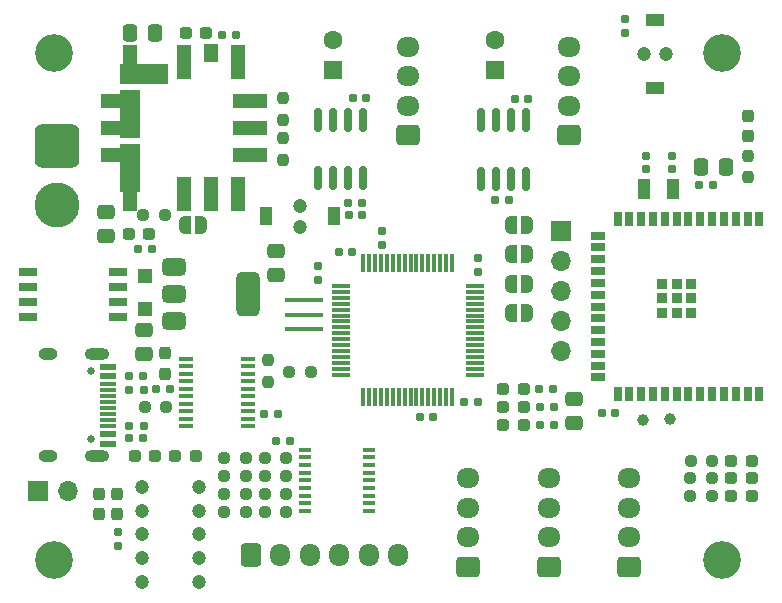
<source format=gbr>
%TF.GenerationSoftware,KiCad,Pcbnew,8.0.7*%
%TF.CreationDate,2025-02-04T22:27:15+09:00*%
%TF.ProjectId,GN10Mainboard,474e3130-4d61-4696-9e62-6f6172642e6b,rev?*%
%TF.SameCoordinates,Original*%
%TF.FileFunction,Soldermask,Top*%
%TF.FilePolarity,Negative*%
%FSLAX46Y46*%
G04 Gerber Fmt 4.6, Leading zero omitted, Abs format (unit mm)*
G04 Created by KiCad (PCBNEW 8.0.7) date 2025-02-04 22:27:15*
%MOMM*%
%LPD*%
G01*
G04 APERTURE LIST*
G04 Aperture macros list*
%AMRoundRect*
0 Rectangle with rounded corners*
0 $1 Rounding radius*
0 $2 $3 $4 $5 $6 $7 $8 $9 X,Y pos of 4 corners*
0 Add a 4 corners polygon primitive as box body*
4,1,4,$2,$3,$4,$5,$6,$7,$8,$9,$2,$3,0*
0 Add four circle primitives for the rounded corners*
1,1,$1+$1,$2,$3*
1,1,$1+$1,$4,$5*
1,1,$1+$1,$6,$7*
1,1,$1+$1,$8,$9*
0 Add four rect primitives between the rounded corners*
20,1,$1+$1,$2,$3,$4,$5,0*
20,1,$1+$1,$4,$5,$6,$7,0*
20,1,$1+$1,$6,$7,$8,$9,0*
20,1,$1+$1,$8,$9,$2,$3,0*%
%AMFreePoly0*
4,1,19,0.500000,-0.750000,0.000000,-0.750000,0.000000,-0.744911,-0.071157,-0.744911,-0.207708,-0.704816,-0.327430,-0.627875,-0.420627,-0.520320,-0.479746,-0.390866,-0.500000,-0.250000,-0.500000,0.250000,-0.479746,0.390866,-0.420627,0.520320,-0.327430,0.627875,-0.207708,0.704816,-0.071157,0.744911,0.000000,0.744911,0.000000,0.750000,0.500000,0.750000,0.500000,-0.750000,0.500000,-0.750000,
$1*%
%AMFreePoly1*
4,1,19,0.000000,0.744911,0.071157,0.744911,0.207708,0.704816,0.327430,0.627875,0.420627,0.520320,0.479746,0.390866,0.500000,0.250000,0.500000,-0.250000,0.479746,-0.390866,0.420627,-0.520320,0.327430,-0.627875,0.207708,-0.704816,0.071157,-0.744911,0.000000,-0.744911,0.000000,-0.750000,-0.500000,-0.750000,-0.500000,0.750000,0.000000,0.750000,0.000000,0.744911,0.000000,0.744911,
$1*%
G04 Aperture macros list end*
%ADD10RoundRect,0.237500X-0.250000X-0.237500X0.250000X-0.237500X0.250000X0.237500X-0.250000X0.237500X0*%
%ADD11RoundRect,0.237500X-0.287500X-0.237500X0.287500X-0.237500X0.287500X0.237500X-0.287500X0.237500X0*%
%ADD12RoundRect,0.237500X0.250000X0.237500X-0.250000X0.237500X-0.250000X-0.237500X0.250000X-0.237500X0*%
%ADD13RoundRect,0.250000X0.725000X-0.600000X0.725000X0.600000X-0.725000X0.600000X-0.725000X-0.600000X0*%
%ADD14O,1.950000X1.700000*%
%ADD15RoundRect,0.155000X-0.212500X-0.155000X0.212500X-0.155000X0.212500X0.155000X-0.212500X0.155000X0*%
%ADD16C,3.200000*%
%ADD17RoundRect,0.155000X0.212500X0.155000X-0.212500X0.155000X-0.212500X-0.155000X0.212500X-0.155000X0*%
%ADD18R,1.600000X1.600000*%
%ADD19C,1.600000*%
%ADD20C,1.200000*%
%ADD21R,1.600000X1.050000*%
%ADD22RoundRect,0.237500X0.287500X0.237500X-0.287500X0.237500X-0.287500X-0.237500X0.287500X-0.237500X0*%
%ADD23R,0.700000X1.300000*%
%ADD24R,1.300000X0.700000*%
%ADD25R,0.900000X0.900000*%
%ADD26RoundRect,0.150000X0.150000X-0.825000X0.150000X0.825000X-0.150000X0.825000X-0.150000X-0.825000X0*%
%ADD27RoundRect,0.160000X-0.160000X0.197500X-0.160000X-0.197500X0.160000X-0.197500X0.160000X0.197500X0*%
%ADD28RoundRect,0.237500X-0.237500X0.300000X-0.237500X-0.300000X0.237500X-0.300000X0.237500X0.300000X0*%
%ADD29RoundRect,0.237500X0.237500X-0.287500X0.237500X0.287500X-0.237500X0.287500X-0.237500X-0.287500X0*%
%ADD30FreePoly0,0.000000*%
%ADD31FreePoly1,0.000000*%
%ADD32R,1.700000X1.700000*%
%ADD33O,1.700000X1.700000*%
%ADD34RoundRect,0.250000X0.475000X-0.337500X0.475000X0.337500X-0.475000X0.337500X-0.475000X-0.337500X0*%
%ADD35RoundRect,0.160000X-0.197500X-0.160000X0.197500X-0.160000X0.197500X0.160000X-0.197500X0.160000X0*%
%ADD36RoundRect,0.155000X0.155000X-0.212500X0.155000X0.212500X-0.155000X0.212500X-0.155000X-0.212500X0*%
%ADD37RoundRect,0.250000X-0.475000X0.337500X-0.475000X-0.337500X0.475000X-0.337500X0.475000X0.337500X0*%
%ADD38C,0.650000*%
%ADD39R,1.450000X0.600000*%
%ADD40R,1.450000X0.300000*%
%ADD41O,2.100000X1.000000*%
%ADD42O,1.600000X1.000000*%
%ADD43FreePoly0,180.000000*%
%ADD44FreePoly1,180.000000*%
%ADD45R,1.200000X1.200000*%
%ADD46C,1.000000*%
%ADD47R,1.050000X1.600000*%
%ADD48RoundRect,0.250000X-0.337500X-0.475000X0.337500X-0.475000X0.337500X0.475000X-0.337500X0.475000X0*%
%ADD49R,1.000000X1.800000*%
%ADD50RoundRect,0.160000X0.160000X-0.197500X0.160000X0.197500X-0.160000X0.197500X-0.160000X-0.197500X0*%
%ADD51RoundRect,0.237500X-0.237500X0.250000X-0.237500X-0.250000X0.237500X-0.250000X0.237500X0.250000X0*%
%ADD52R,3.200000X0.400000*%
%ADD53RoundRect,0.237500X0.237500X-0.300000X0.237500X0.300000X-0.237500X0.300000X-0.237500X-0.300000X0*%
%ADD54RoundRect,0.160000X0.197500X0.160000X-0.197500X0.160000X-0.197500X-0.160000X0.197500X-0.160000X0*%
%ADD55RoundRect,0.375000X-0.625000X-0.375000X0.625000X-0.375000X0.625000X0.375000X-0.625000X0.375000X0*%
%ADD56RoundRect,0.500000X-0.500000X-1.400000X0.500000X-1.400000X0.500000X1.400000X-0.500000X1.400000X0*%
%ADD57R,1.000000X0.400000*%
%ADD58RoundRect,0.760000X-1.140000X1.140000X-1.140000X-1.140000X1.140000X-1.140000X1.140000X1.140000X0*%
%ADD59C,3.800000*%
%ADD60RoundRect,0.237500X0.237500X-0.250000X0.237500X0.250000X-0.237500X0.250000X-0.237500X-0.250000X0*%
%ADD61R,1.200000X3.000000*%
%ADD62R,1.770000X4.070000*%
%ADD63R,3.000000X1.200000*%
%ADD64R,4.070000X1.770000*%
%ADD65R,1.200000X1.500000*%
%ADD66R,1.200000X0.400000*%
%ADD67R,1.600000X0.760000*%
%ADD68RoundRect,0.250000X-0.600000X-0.725000X0.600000X-0.725000X0.600000X0.725000X-0.600000X0.725000X0*%
%ADD69O,1.700000X1.950000*%
%ADD70RoundRect,0.155000X-0.155000X0.212500X-0.155000X-0.212500X0.155000X-0.212500X0.155000X0.212500X0*%
%ADD71RoundRect,0.075000X-0.700000X-0.075000X0.700000X-0.075000X0.700000X0.075000X-0.700000X0.075000X0*%
%ADD72RoundRect,0.075000X-0.075000X-0.700000X0.075000X-0.700000X0.075000X0.700000X-0.075000X0.700000X0*%
G04 APERTURE END LIST*
D10*
%TO.C,R25*%
X141152500Y-133490000D03*
X142977500Y-133490000D03*
%TD*%
D11*
%TO.C,D9*%
X190821600Y-141008400D03*
X192571600Y-141008400D03*
%TD*%
D12*
%TO.C,R13*%
X153137500Y-140856000D03*
X151312500Y-140856000D03*
%TD*%
D13*
%TO.C,J8*%
X182180000Y-147019000D03*
D14*
X182180000Y-144519000D03*
X182180000Y-142019000D03*
X182180000Y-139519000D03*
%TD*%
D15*
%TO.C,C21*%
X139846500Y-136157000D03*
X140981500Y-136157000D03*
%TD*%
D16*
%TO.C,REF\u002A\u002A*%
X133500000Y-103500000D03*
%TD*%
D10*
%TO.C,R1*%
X141025500Y-117234000D03*
X142850500Y-117234000D03*
%TD*%
D17*
%TO.C,C31*%
X171969500Y-115964000D03*
X170834500Y-115964000D03*
%TD*%
D18*
%TO.C,C29*%
X157051000Y-104954380D03*
D19*
X157051000Y-102454380D03*
%TD*%
D15*
%TO.C,C25*%
X151276500Y-134125000D03*
X152411500Y-134125000D03*
%TD*%
D20*
%TO.C,SW3*%
X185245000Y-103645000D03*
X183445000Y-103645000D03*
D21*
X184345000Y-100770000D03*
X184345000Y-106520000D03*
%TD*%
D17*
%TO.C,C30*%
X172485500Y-107455000D03*
X173620500Y-107455000D03*
%TD*%
D22*
%TO.C,D12*%
X142051000Y-137681000D03*
X140301000Y-137681000D03*
%TD*%
%TO.C,D13*%
X145480000Y-137681000D03*
X143730000Y-137681000D03*
%TD*%
D23*
%TO.C,U6*%
X193182000Y-117600000D03*
X192182000Y-117600000D03*
X191182000Y-117600000D03*
X190182000Y-117600000D03*
X189182000Y-117600000D03*
X188182000Y-117600000D03*
X187182000Y-117600000D03*
X186182000Y-117600000D03*
X185182000Y-117600000D03*
X184182000Y-117600000D03*
X183182000Y-117600000D03*
X182182000Y-117600000D03*
X181182000Y-117600000D03*
D24*
X179532000Y-119000000D03*
X179532000Y-120000000D03*
X179532000Y-121000000D03*
X179532000Y-122000000D03*
X179532000Y-123000000D03*
X179532000Y-124000000D03*
X179532000Y-125000000D03*
X179532000Y-126000000D03*
X179532000Y-127000000D03*
X179532000Y-128000000D03*
X179532000Y-129000000D03*
X179532000Y-130000000D03*
X179532000Y-131000000D03*
D23*
X181182000Y-132400000D03*
X182182000Y-132400000D03*
X183182000Y-132400000D03*
X184182000Y-132400000D03*
X185182000Y-132400000D03*
X186182000Y-132400000D03*
X187182000Y-132400000D03*
X188182000Y-132400000D03*
X189182000Y-132400000D03*
X190182000Y-132400000D03*
X191182000Y-132400000D03*
X192182000Y-132400000D03*
X193182000Y-132400000D03*
D25*
X187382000Y-123120000D03*
X186182000Y-123120000D03*
X184982000Y-123120000D03*
X187382000Y-124320000D03*
X186182000Y-124320000D03*
X184982000Y-124320000D03*
X187382000Y-125520000D03*
X186182000Y-125520000D03*
X184982000Y-125520000D03*
%TD*%
D12*
%TO.C,C11*%
X155193000Y-130569000D03*
X153368000Y-130569000D03*
%TD*%
D26*
%TO.C,U8*%
X155781000Y-114121000D03*
X157051000Y-114121000D03*
X158321000Y-114121000D03*
X159591000Y-114121000D03*
X159591000Y-109171000D03*
X158321000Y-109171000D03*
X157051000Y-109171000D03*
X155781000Y-109171000D03*
%TD*%
D11*
%TO.C,D11*%
X190823500Y-139535200D03*
X192573500Y-139535200D03*
%TD*%
D27*
%TO.C,R5*%
X138890000Y-144068500D03*
X138890000Y-145263500D03*
%TD*%
D28*
%TO.C,C22*%
X137239000Y-140882500D03*
X137239000Y-142607500D03*
%TD*%
D29*
%TO.C,D3*%
X138839200Y-142606000D03*
X138839200Y-140856000D03*
%TD*%
D30*
%TO.C,JP4*%
X172199800Y-125590600D03*
D31*
X173499800Y-125590600D03*
%TD*%
D17*
%TO.C,C18*%
X180986500Y-133998000D03*
X179851500Y-133998000D03*
%TD*%
D32*
%TO.C,J10*%
X176403000Y-118618000D03*
D33*
X176403000Y-121158000D03*
X176403000Y-123698000D03*
X176403000Y-126238000D03*
X176403000Y-128778000D03*
%TD*%
D34*
%TO.C,C4*%
X152225000Y-122335500D03*
X152225000Y-120260500D03*
%TD*%
D35*
%TO.C,R23*%
X139854000Y-132093000D03*
X141049000Y-132093000D03*
%TD*%
D32*
%TO.C,J2*%
X132075000Y-140589000D03*
D33*
X134615000Y-140589000D03*
%TD*%
D17*
%TO.C,C10*%
X165552000Y-134379000D03*
X164417000Y-134379000D03*
%TD*%
D36*
%TO.C,C6*%
X155781000Y-122720400D03*
X155781000Y-121585400D03*
%TD*%
D37*
%TO.C,C3*%
X141099800Y-126966100D03*
X141099800Y-129041100D03*
%TD*%
D11*
%TO.C,D10*%
X190823500Y-138062000D03*
X192573500Y-138062000D03*
%TD*%
D38*
%TO.C,J3*%
X136585000Y-130460000D03*
X136585000Y-136240000D03*
D39*
X138030000Y-130100000D03*
X138030000Y-130900000D03*
D40*
X138030000Y-132100000D03*
X138030000Y-133100000D03*
X138030000Y-133600000D03*
X138030000Y-134600000D03*
D39*
X138030000Y-135800000D03*
X138030000Y-136600000D03*
X138030000Y-136600000D03*
X138030000Y-135800000D03*
D40*
X138030000Y-135100000D03*
X138030000Y-134100000D03*
X138030000Y-132600000D03*
X138030000Y-131600000D03*
D39*
X138030000Y-130900000D03*
X138030000Y-130100000D03*
D41*
X137115000Y-129030000D03*
D42*
X132935000Y-129030000D03*
D41*
X137115000Y-137670000D03*
D42*
X132935000Y-137670000D03*
%TD*%
D36*
%TO.C,C17*%
X183594000Y-113356500D03*
X183594000Y-112221500D03*
%TD*%
D17*
%TO.C,C23*%
X143267500Y-131966000D03*
X142132500Y-131966000D03*
%TD*%
D43*
%TO.C,JP5*%
X173499800Y-123076000D03*
D44*
X172199800Y-123076000D03*
%TD*%
D37*
%TO.C,C1*%
X137874000Y-116958500D03*
X137874000Y-119033500D03*
%TD*%
D17*
%TO.C,C12*%
X153427500Y-136411000D03*
X152292500Y-136411000D03*
%TD*%
D45*
%TO.C,D1*%
X141176000Y-125225000D03*
X141176000Y-122425000D03*
%TD*%
D12*
%TO.C,R11*%
X153137500Y-142380000D03*
X151312500Y-142380000D03*
%TD*%
D18*
%TO.C,C32*%
X170767000Y-104954380D03*
D19*
X170767000Y-102454380D03*
%TD*%
D13*
%TO.C,J4*%
X163401000Y-110510000D03*
D14*
X163401000Y-108010000D03*
X163401000Y-105510000D03*
X163401000Y-103010000D03*
%TD*%
D46*
%TO.C,TP2*%
X183365400Y-134582200D03*
%TD*%
D15*
%TO.C,C20*%
X139846500Y-130899200D03*
X140981500Y-130899200D03*
%TD*%
D12*
%TO.C,R22*%
X189180100Y-139535200D03*
X187355100Y-139535200D03*
%TD*%
D20*
%TO.C,SW1*%
X154257000Y-118250000D03*
X154257000Y-116450000D03*
D47*
X157132000Y-117350000D03*
X151382000Y-117350000D03*
%TD*%
D43*
%TO.C,JP3*%
X173497000Y-120563000D03*
D44*
X172197000Y-120563000D03*
%TD*%
D12*
%TO.C,R12*%
X149708500Y-140856000D03*
X147883500Y-140856000D03*
%TD*%
D36*
%TO.C,C15*%
X185753000Y-113356500D03*
X185753000Y-112221500D03*
%TD*%
D22*
%TO.C,D5*%
X173232000Y-135014000D03*
X171482000Y-135014000D03*
%TD*%
D48*
%TO.C,C2*%
X139906000Y-101867000D03*
X141981000Y-101867000D03*
%TD*%
D15*
%TO.C,C9*%
X168192900Y-133109000D03*
X169327900Y-133109000D03*
%TD*%
D12*
%TO.C,R10*%
X149708500Y-142380000D03*
X147883500Y-142380000D03*
%TD*%
D22*
%TO.C,D7*%
X173232000Y-131966000D03*
X171482000Y-131966000D03*
%TD*%
D17*
%TO.C,C7*%
X158702000Y-120409000D03*
X157567000Y-120409000D03*
%TD*%
D15*
%TO.C,C28*%
X158388500Y-116218000D03*
X159523500Y-116218000D03*
%TD*%
D43*
%TO.C,JP1*%
X145890000Y-118123000D03*
D44*
X144590000Y-118123000D03*
%TD*%
D26*
%TO.C,U9*%
X169624000Y-114183000D03*
X170894000Y-114183000D03*
X172164000Y-114183000D03*
X173434000Y-114183000D03*
X173434000Y-109233000D03*
X172164000Y-109233000D03*
X170894000Y-109233000D03*
X169624000Y-109233000D03*
%TD*%
D20*
%TO.C,U5*%
X140895000Y-140285000D03*
X140895000Y-142285000D03*
X140895000Y-144285000D03*
X140895000Y-146285000D03*
X140895000Y-148285000D03*
X145775000Y-148285000D03*
X145775000Y-146285000D03*
X145775000Y-144285000D03*
X145775000Y-142285000D03*
X145775000Y-140285000D03*
%TD*%
D29*
%TO.C,D8*%
X192230000Y-110578500D03*
X192230000Y-108828500D03*
%TD*%
D12*
%TO.C,R17*%
X153137500Y-137808000D03*
X151312500Y-137808000D03*
%TD*%
D15*
%TO.C,C5*%
X158448000Y-117234000D03*
X159583000Y-117234000D03*
%TD*%
D35*
%TO.C,R9*%
X174629000Y-133490000D03*
X175824000Y-133490000D03*
%TD*%
D16*
%TO.C,REF\u002A\u002A*%
X190000000Y-146500000D03*
%TD*%
D12*
%TO.C,R14*%
X149708500Y-139332000D03*
X147883500Y-139332000D03*
%TD*%
D49*
%TO.C,Y2*%
X185908000Y-115075000D03*
X183408000Y-115075000D03*
%TD*%
D50*
%TO.C,R7*%
X161242000Y-119774000D03*
X161242000Y-118579000D03*
%TD*%
D12*
%TO.C,R16*%
X149708500Y-137808000D03*
X147883500Y-137808000D03*
%TD*%
%TO.C,R20*%
X189180100Y-141008400D03*
X187355100Y-141008400D03*
%TD*%
D35*
%TO.C,R8*%
X174577000Y-135014000D03*
X175772000Y-135014000D03*
%TD*%
D51*
%TO.C,R2*%
X152860000Y-107351500D03*
X152860000Y-109176500D03*
%TD*%
D52*
%TO.C,Y1*%
X154638000Y-124486000D03*
X154638000Y-125686000D03*
X154638000Y-126886000D03*
%TD*%
D53*
%TO.C,C26*%
X142827000Y-130696000D03*
X142827000Y-128971000D03*
%TD*%
D12*
%TO.C,R15*%
X153137500Y-139332000D03*
X151312500Y-139332000D03*
%TD*%
D35*
%TO.C,R6*%
X147690500Y-101994000D03*
X148885500Y-101994000D03*
%TD*%
D30*
%TO.C,JP2*%
X172197000Y-118063000D03*
D31*
X173497000Y-118063000D03*
%TD*%
D54*
%TO.C,R4*%
X141773500Y-120155000D03*
X140578500Y-120155000D03*
%TD*%
D46*
%TO.C,TP1*%
X185626000Y-134531400D03*
%TD*%
D36*
%TO.C,C8*%
X169370000Y-122060000D03*
X169370000Y-120925000D03*
%TD*%
D55*
%TO.C,U2*%
X143614000Y-121665000D03*
X143614000Y-123965000D03*
D56*
X149914000Y-123965000D03*
D55*
X143614000Y-126265000D03*
%TD*%
D51*
%TO.C,R3*%
X152860000Y-110733500D03*
X152860000Y-112558500D03*
%TD*%
D57*
%TO.C,U4*%
X160132000Y-142313000D03*
X160132000Y-141663000D03*
X160132000Y-141013000D03*
X160132000Y-140363000D03*
X160132000Y-139713000D03*
X160132000Y-139063000D03*
X160132000Y-138413000D03*
X160132000Y-137763000D03*
X160132000Y-137113000D03*
X154732000Y-137113000D03*
X154732000Y-137763000D03*
X154732000Y-138413000D03*
X154732000Y-139063000D03*
X154732000Y-139713000D03*
X154732000Y-140363000D03*
X154732000Y-141013000D03*
X154732000Y-141663000D03*
X154732000Y-142313000D03*
%TD*%
D58*
%TO.C,J1*%
X133683000Y-111432000D03*
D59*
X133683000Y-116432000D03*
%TD*%
D22*
%TO.C,D4*%
X146369000Y-101867000D03*
X144619000Y-101867000D03*
%TD*%
%TO.C,D2*%
X141543000Y-118885000D03*
X139793000Y-118885000D03*
%TD*%
D51*
%TO.C,R19*%
X192230000Y-112234000D03*
X192230000Y-114059000D03*
%TD*%
D22*
%TO.C,D6*%
X173218000Y-133490000D03*
X171468000Y-133490000D03*
%TD*%
D60*
%TO.C,R26*%
X151590000Y-131378000D03*
X151590000Y-129553000D03*
%TD*%
D16*
%TO.C,REF\u002A\u002A*%
X190000000Y-103500000D03*
%TD*%
%TO.C,REF\u002A\u002A*%
X133500000Y-146500000D03*
%TD*%
D15*
%TO.C,C14*%
X188106500Y-114694000D03*
X189241500Y-114694000D03*
%TD*%
D13*
%TO.C,J6*%
X168481000Y-147039000D03*
D14*
X168481000Y-144539000D03*
X168481000Y-142039000D03*
X168481000Y-139539000D03*
%TD*%
D13*
%TO.C,J7*%
X175339000Y-147039000D03*
D14*
X175339000Y-144539000D03*
X175339000Y-142039000D03*
X175339000Y-139539000D03*
%TD*%
D61*
%TO.C,U1*%
X144478000Y-115468000D03*
X139898000Y-115468000D03*
D62*
X139893000Y-113303000D03*
D63*
X138878000Y-112158000D03*
X138878000Y-109868000D03*
D62*
X139893000Y-108723000D03*
D63*
X138878000Y-107578000D03*
D64*
X141043000Y-105283000D03*
D61*
X139898000Y-104268000D03*
X144478000Y-104268000D03*
X149058000Y-104268000D03*
D63*
X150078000Y-109868000D03*
X150078000Y-112158000D03*
D61*
X149058000Y-115468000D03*
X146768000Y-115468000D03*
D65*
X146768000Y-103518000D03*
D63*
X150078000Y-107578000D03*
%TD*%
D48*
%TO.C,C13*%
X188271500Y-113170000D03*
X190346500Y-113170000D03*
%TD*%
D37*
%TO.C,C19*%
X177498000Y-132812000D03*
X177498000Y-134887000D03*
%TD*%
D66*
%TO.C,U7*%
X149872000Y-135141000D03*
X149872000Y-134506000D03*
X149872000Y-133871000D03*
X149872000Y-133236000D03*
X149872000Y-132601000D03*
X149872000Y-131966000D03*
X149872000Y-131331000D03*
X149872000Y-130696000D03*
X149872000Y-130061000D03*
X149872000Y-129426000D03*
X144672000Y-129426000D03*
X144672000Y-130061000D03*
X144672000Y-130696000D03*
X144672000Y-131331000D03*
X144672000Y-131966000D03*
X144672000Y-132601000D03*
X144672000Y-133236000D03*
X144672000Y-133871000D03*
X144672000Y-134506000D03*
X144672000Y-135141000D03*
%TD*%
D67*
%TO.C,SW2*%
X131270000Y-122060000D03*
X131270000Y-123330000D03*
X131270000Y-124600000D03*
X131270000Y-125870000D03*
X138890000Y-125870000D03*
X138890000Y-124600000D03*
X138890000Y-123330000D03*
X138890000Y-122060000D03*
%TD*%
D12*
%TO.C,R21*%
X189182000Y-138062000D03*
X187357000Y-138062000D03*
%TD*%
D35*
%TO.C,R24*%
X139854000Y-135141000D03*
X141049000Y-135141000D03*
%TD*%
D68*
%TO.C,J9*%
X150106000Y-146063000D03*
D69*
X152606000Y-146063000D03*
X155106000Y-146063000D03*
X157606000Y-146063000D03*
X160106000Y-146063000D03*
X162606000Y-146063000D03*
%TD*%
D70*
%TO.C,C16*%
X181816000Y-100664500D03*
X181816000Y-101799500D03*
%TD*%
D71*
%TO.C,U3*%
X157726000Y-123263000D03*
X157726000Y-123763000D03*
X157726000Y-124263000D03*
X157726000Y-124763000D03*
X157726000Y-125263000D03*
X157726000Y-125763000D03*
X157726000Y-126263000D03*
X157726000Y-126763000D03*
X157726000Y-127263000D03*
X157726000Y-127763000D03*
X157726000Y-128263000D03*
X157726000Y-128763000D03*
X157726000Y-129263000D03*
X157726000Y-129763000D03*
X157726000Y-130263000D03*
X157726000Y-130763000D03*
D72*
X159651000Y-132688000D03*
X160151000Y-132688000D03*
X160651000Y-132688000D03*
X161151000Y-132688000D03*
X161651000Y-132688000D03*
X162151000Y-132688000D03*
X162651000Y-132688000D03*
X163151000Y-132688000D03*
X163651000Y-132688000D03*
X164151000Y-132688000D03*
X164651000Y-132688000D03*
X165151000Y-132688000D03*
X165651000Y-132688000D03*
X166151000Y-132688000D03*
X166651000Y-132688000D03*
X167151000Y-132688000D03*
D71*
X169076000Y-130763000D03*
X169076000Y-130263000D03*
X169076000Y-129763000D03*
X169076000Y-129263000D03*
X169076000Y-128763000D03*
X169076000Y-128263000D03*
X169076000Y-127763000D03*
X169076000Y-127263000D03*
X169076000Y-126763000D03*
X169076000Y-126263000D03*
X169076000Y-125763000D03*
X169076000Y-125263000D03*
X169076000Y-124763000D03*
X169076000Y-124263000D03*
X169076000Y-123763000D03*
X169076000Y-123263000D03*
D72*
X167151000Y-121338000D03*
X166651000Y-121338000D03*
X166151000Y-121338000D03*
X165651000Y-121338000D03*
X165151000Y-121338000D03*
X164651000Y-121338000D03*
X164151000Y-121338000D03*
X163651000Y-121338000D03*
X163151000Y-121338000D03*
X162651000Y-121338000D03*
X162151000Y-121338000D03*
X161651000Y-121338000D03*
X161151000Y-121338000D03*
X160651000Y-121338000D03*
X160151000Y-121338000D03*
X159651000Y-121338000D03*
%TD*%
D17*
%TO.C,C27*%
X159904500Y-107378800D03*
X158769500Y-107378800D03*
%TD*%
D35*
%TO.C,R18*%
X174539500Y-131966000D03*
X175734500Y-131966000D03*
%TD*%
D13*
%TO.C,J5*%
X177100000Y-110510000D03*
D14*
X177100000Y-108010000D03*
X177100000Y-105510000D03*
X177100000Y-103010000D03*
%TD*%
M02*

</source>
